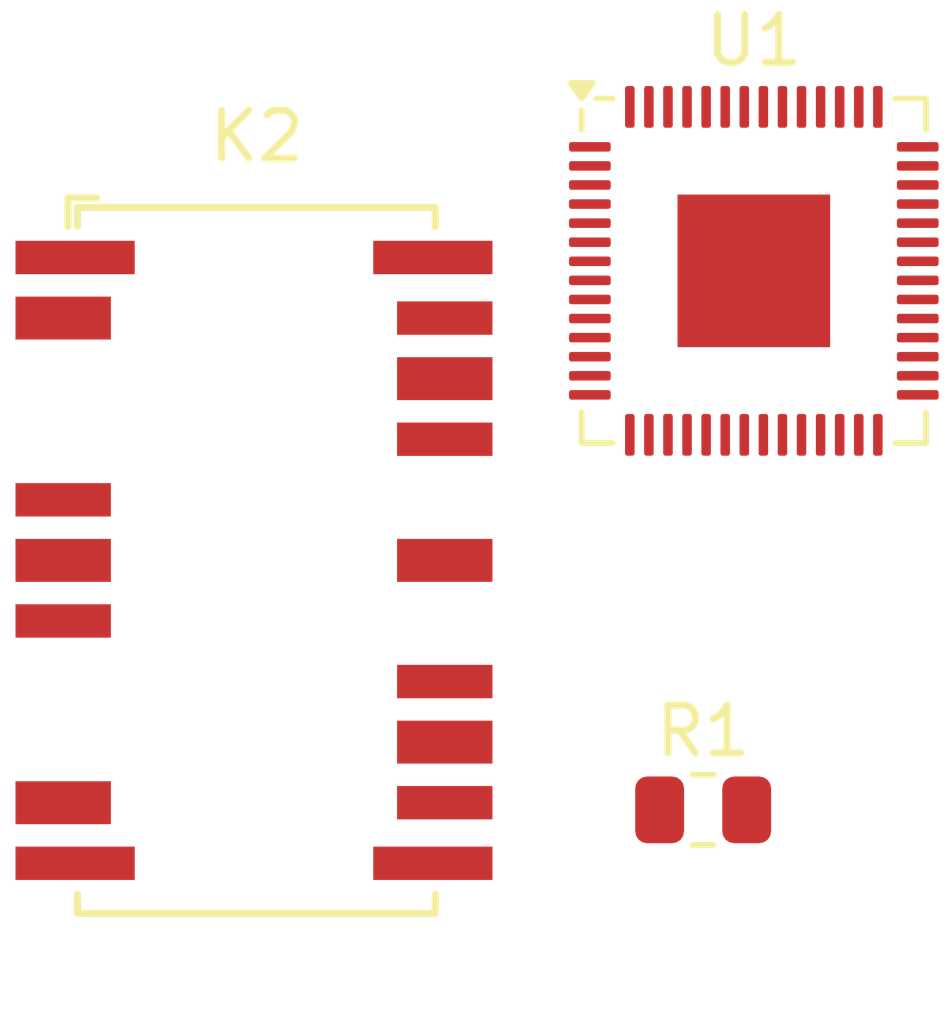
<source format=kicad_pcb>
(kicad_pcb (version 20240108) (generator "pcbnew") (generator_version "8.0")
  (layers (0 "F.Cu" signal) (31 "B.Cu" signal) (34 "B.Paste" user) (35 "F.Paste" user) (36 "B.SilkS" user "B.Silkscreen") (37 "F.SilkS" user "F.Silkscreen") (38 "B.Mask" user) (39 "F.Mask" user) (44 "Edge.Cuts" user))
  (net 0 "")
  (net 1 "GND")
  (net 2 "Net-(K2-Pad20)")
  (net 4 "Net-(U1-GPIO16)")
  (net 6 "+5V")
  (net 7 "Net-(D1-K)")
  (net 10 "Net-(U1-IOVDD-Pad1)")
  (net 36 "Net-(U1-DVDD-Pad23)")
  (footprint "Package_DFN_QFN:QFN-56-1EP_7x7mm_P0.4mm_EP3.2x3.2mm" (layer "F.Cu") (at 138.5625 86.7)
    (property "Reference" "U1" (at 0 -4.83 0) (layer "F.SilkS"))
    (property "Value" "RP2040")
    (fp_line (start -3.61 -2.96) (end -3.61 -3.37) (stroke (width 0.12)) (layer "F.SilkS"))
    (fp_line (start -3.61 3.61) (end -3.61 2.96) (stroke (width 0.12)) (layer "F.SilkS"))
    (fp_line (start -2.96 -3.61) (end -3.31 -3.61) (stroke (width 0.12)) (layer "F.SilkS"))
    (fp_line (start -2.96 3.61) (end -3.61 3.61) (stroke (width 0.12)) (layer "F.SilkS"))
    (fp_line (start 2.96 -3.61) (end 3.61 -3.61) (stroke (width 0.12)) (layer "F.SilkS"))
    (fp_line (start 2.96 3.61) (end 3.61 3.61) (stroke (width 0.12)) (layer "F.SilkS"))
    (fp_line (start 3.61 -3.61) (end 3.61 -2.96) (stroke (width 0.12)) (layer "F.SilkS"))
    (fp_line (start 3.61 3.61) (end 3.61 2.96) (stroke (width 0.12)) (layer "F.SilkS"))
    (fp_poly (pts (xy -3.61 -3.61) (xy -3.85 -3.94) (xy -3.37 -3.94) (xy -3.61 -3.61)) (stroke (width 0.12)) (fill solid) (layer "F.SilkS"))
    (pad "1" smd roundrect (at -3.4375 -2.6) (size 0.875 0.2) (layers "F.Cu" "F.Paste" "F.Mask") (net 10 "Net-(U1-IOVDD-Pad1)"))
    (pad "2" smd roundrect (at -3.4375 -2.2) (size 0.875 0.2) (layers "F.Cu" "F.Paste" "F.Mask"))
    (pad "3" smd roundrect (at -3.4375 -1.8) (size 0.875 0.2) (layers "F.Cu" "F.Paste" "F.Mask"))
    (pad "4" smd roundrect (at -3.4375 -1.4) (size 0.875 0.2) (layers "F.Cu" "F.Paste" "F.Mask"))
    (pad "5" smd roundrect (at -3.4375 -1) (size 0.875 0.2) (layers "F.Cu" "F.Paste" "F.Mask"))
    (pad "6" smd roundrect (at -3.4375 -0.6) (size 0.875 0.2) (layers "F.Cu" "F.Paste" "F.Mask"))
    (pad "7" smd roundrect (at -3.4375 -0.2) (size 0.875 0.2) (layers "F.Cu" "F.Paste" "F.Mask"))
    (pad "8" smd roundrect (at -3.4375 0.2) (size 0.875 0.2) (layers "F.Cu" "F.Paste" "F.Mask"))
    (pad "9" smd roundrect (at -3.4375 0.6) (size 0.875 0.2) (layers "F.Cu" "F.Paste" "F.Mask"))
    (pad "10" smd roundrect (at -3.4375 1) (size 0.875 0.2) (layers "F.Cu" "F.Paste" "F.Mask") (net 10 "Net-(U1-IOVDD-Pad1)"))
    (pad "11" smd roundrect (at -3.4375 1.4) (size 0.875 0.2) (layers "F.Cu" "F.Paste" "F.Mask"))
    (pad "12" smd roundrect (at -3.4375 1.8) (size 0.875 0.2) (layers "F.Cu" "F.Paste" "F.Mask"))
    (pad "13" smd roundrect (at -3.4375 2.2) (size 0.875 0.2) (layers "F.Cu" "F.Paste" "F.Mask"))
    (pad "14" smd roundrect (at -3.4375 2.6) (size 0.875 0.2) (layers "F.Cu" "F.Paste" "F.Mask"))
    (pad "15" smd roundrect (at -2.6 3.4375) (size 0.2 0.875) (layers "F.Cu" "F.Paste" "F.Mask"))
    (pad "16" smd roundrect (at -2.2 3.4375) (size 0.2 0.875) (layers "F.Cu" "F.Paste" "F.Mask"))
    (pad "17" smd roundrect (at -1.8 3.4375) (size 0.2 0.875) (layers "F.Cu" "F.Paste" "F.Mask"))
    (pad "18" smd roundrect (at -1.4 3.4375) (size 0.2 0.875) (layers "F.Cu" "F.Paste" "F.Mask"))
    (pad "19" smd roundrect (at -1 3.4375) (size 0.2 0.875) (layers "F.Cu" "F.Paste" "F.Mask"))
    (pad "20" smd roundrect (at -0.6 3.4375) (size 0.2 0.875) (layers "F.Cu" "F.Paste" "F.Mask"))
    (pad "21" smd roundrect (at -0.2 3.4375) (size 0.2 0.875) (layers "F.Cu" "F.Paste" "F.Mask"))
    (pad "22" smd roundrect (at 0.2 3.4375) (size 0.2 0.875) (layers "F.Cu" "F.Paste" "F.Mask") (net 10 "Net-(U1-IOVDD-Pad1)"))
    (pad "23" smd roundrect (at 0.6 3.4375) (size 0.2 0.875) (layers "F.Cu" "F.Paste" "F.Mask") (net 36 "Net-(U1-DVDD-Pad23)"))
    (pad "24" smd roundrect (at 1 3.4375) (size 0.2 0.875) (layers "F.Cu" "F.Paste" "F.Mask"))
    (pad "25" smd roundrect (at 1.4 3.4375) (size 0.2 0.875) (layers "F.Cu" "F.Paste" "F.Mask"))
    (pad "26" smd roundrect (at 1.8 3.4375) (size 0.2 0.875) (layers "F.Cu" "F.Paste" "F.Mask"))
    (pad "27" smd roundrect (at 2.2 3.4375) (size 0.2 0.875) (layers "F.Cu" "F.Paste" "F.Mask") (net 4 "Net-(U1-GPIO16)"))
    (pad "28" smd roundrect (at 2.6 3.4375) (size 0.2 0.875) (layers "F.Cu" "F.Paste" "F.Mask"))
    (pad "29" smd roundrect (at 3.4375 2.6) (size 0.875 0.2) (layers "F.Cu" "F.Paste" "F.Mask"))
    (pad "30" smd roundrect (at 3.4375 2.2) (size 0.875 0.2) (layers "F.Cu" "F.Paste" "F.Mask"))
    (pad "31" smd roundrect (at 3.4375 1.8) (size 0.875 0.2) (layers "F.Cu" "F.Paste" "F.Mask"))
    (pad "32" smd roundrect (at 3.4375 1.4) (size 0.875 0.2) (layers "F.Cu" "F.Paste" "F.Mask"))
    (pad "33" smd roundrect (at 3.4375 1) (size 0.875 0.2) (layers "F.Cu" "F.Paste" "F.Mask") (net 10 "Net-(U1-IOVDD-Pad1)"))
    (pad "34" smd roundrect (at 3.4375 0.6) (size 0.875 0.2) (layers "F.Cu" "F.Paste" "F.Mask"))
    (pad "35" smd roundrect (at 3.4375 0.2) (size 0.875 0.2) (layers "F.Cu" "F.Paste" "F.Mask"))
    (pad "36" smd roundrect (at 3.4375 -0.2) (size 0.875 0.2) (layers "F.Cu" "F.Paste" "F.Mask"))
    (pad "37" smd roundrect (at 3.4375 -0.6) (size 0.875 0.2) (layers "F.Cu" "F.Paste" "F.Mask"))
    (pad "38" smd roundrect (at 3.4375 -1) (size 0.875 0.2) (layers "F.Cu" "F.Paste" "F.Mask"))
    (pad "39" smd roundrect (at 3.4375 -1.4) (size 0.875 0.2) (layers "F.Cu" "F.Paste" "F.Mask"))
    (pad "40" smd roundrect (at 3.4375 -1.8) (size 0.875 0.2) (layers "F.Cu" "F.Paste" "F.Mask"))
    (pad "41" smd roundrect (at 3.4375 -2.2) (size 0.875 0.2) (layers "F.Cu" "F.Paste" "F.Mask"))
    (pad "42" smd roundrect (at 3.4375 -2.6) (size 0.875 0.2) (layers "F.Cu" "F.Paste" "F.Mask") (net 10 "Net-(U1-IOVDD-Pad1)"))
    (pad "43" smd roundrect (at 2.6 -3.4375) (size 0.2 0.875) (layers "F.Cu" "F.Paste" "F.Mask"))
    (pad "44" smd roundrect (at 2.2 -3.4375) (size 0.2 0.875) (layers "F.Cu" "F.Paste" "F.Mask"))
    (pad "45" smd roundrect (at 1.8 -3.4375) (size 0.2 0.875) (layers "F.Cu" "F.Paste" "F.Mask"))
    (pad "46" smd roundrect (at 1.4 -3.4375) (size 0.2 0.875) (layers "F.Cu" "F.Paste" "F.Mask"))
    (pad "47" smd roundrect (at 1 -3.4375) (size 0.2 0.875) (layers "F.Cu" "F.Paste" "F.Mask"))
    (pad "48" smd roundrect (at 0.6 -3.4375) (size 0.2 0.875) (layers "F.Cu" "F.Paste" "F.Mask"))
    (pad "49" smd roundrect (at 0.2 -3.4375) (size 0.2 0.875) (layers "F.Cu" "F.Paste" "F.Mask") (net 10 "Net-(U1-IOVDD-Pad1)"))
    (pad "50" smd roundrect (at -0.2 -3.4375) (size 0.2 0.875) (layers "F.Cu" "F.Paste" "F.Mask") (net 36 "Net-(U1-DVDD-Pad23)"))
    (pad "51" smd roundrect (at -0.6 -3.4375) (size 0.2 0.875) (layers "F.Cu" "F.Paste" "F.Mask"))
    (pad "52" smd roundrect (at -1 -3.4375) (size 0.2 0.875) (layers "F.Cu" "F.Paste" "F.Mask"))
    (pad "53" smd roundrect (at -1.4 -3.4375) (size 0.2 0.875) (layers "F.Cu" "F.Paste" "F.Mask"))
    (pad "54" smd roundrect (at -1.8 -3.4375) (size 0.2 0.875) (layers "F.Cu" "F.Paste" "F.Mask"))
    (pad "55" smd roundrect (at -2.2 -3.4375) (size 0.2 0.875) (layers "F.Cu" "F.Paste" "F.Mask"))
    (pad "56" smd roundrect (at -2.6 -3.4375) (size 0.2 0.875) (layers "F.Cu" "F.Paste" "F.Mask"))
    (pad "57" smd rect (at 0 0) (size 3.2 3.2) (property pad_prop_heatsink) (layers "F.Cu" "F.Mask"))
  )
  (footprint "Relay_SMD:Relay_SPDT_AXICOM_HF3Series_50ohms_Pitch1.27mm" (layer "F.Cu") (at 128.0825 92.77)
    (property "Reference" "K2" (at 0.06 -8.89 0) (layer "F.SilkS"))
    (property "Value" "HF3-53")
    (fp_line (start -3.9 -7.6) (end -3.4 -7.6) (stroke (width 0.15)) (layer "F.SilkS"))
    (fp_line (start -3.9 -7) (end -3.9 -7.6) (stroke (width 0.15)) (layer "F.SilkS"))
    (fp_line (start -3.7 -7.4) (end -3.7 -7) (stroke (width 0.15)) (layer "F.SilkS"))
    (fp_line (start -3.7 7.4) (end -3.7 7) (stroke (width 0.15)) (layer "F.SilkS"))
    (fp_line (start -3.4 -7.6) (end -3.3 -7.6) (stroke (width 0.15)) (layer "F.SilkS"))
    (fp_line (start 3.8 -7.4) (end -3.7 -7.4) (stroke (width 0.15)) (layer "F.SilkS"))
    (fp_line (start 3.8 -7) (end 3.8 -7.4) (stroke (width 0.15)) (layer "F.SilkS"))
    (fp_line (start 3.8 7.1) (end 3.8 7) (stroke (width 0.15)) (layer "F.SilkS"))
    (fp_line (start 3.8 7.1) (end 3.8 7.4) (stroke (width 0.15)) (layer "F.SilkS"))
    (fp_line (start 3.8 7.4) (end -3.7 7.4) (stroke (width 0.15)) (layer "F.SilkS"))
    (pad "1" smd rect (at -3.75 -6.35) (size 2.5 0.7) (layers "F.Cu" "F.Paste" "F.Mask") (net 6 "+5V"))
    (pad "2" smd rect (at -4 -5.08) (size 2 0.9) (layers "F.Cu" "F.Paste" "F.Mask") (net 1 "GND"))
    (pad "5" smd rect (at -4 -1.27) (size 2 0.7) (layers "F.Cu" "F.Paste" "F.Mask") (net 1 "GND"))
    (pad "6" smd rect (at -4 0) (size 2 0.9) (layers "F.Cu" "F.Paste" "F.Mask") (net 4 "Net-(U1-GPIO16)"))
    (pad "7" smd rect (at -4 1.27) (size 2 0.7) (layers "F.Cu" "F.Paste" "F.Mask") (net 1 "GND"))
    (pad "10" smd rect (at -4 5.08) (size 2 0.9) (layers "F.Cu" "F.Paste" "F.Mask") (net 1 "GND"))
    (pad "11" smd rect (at -3.75 6.35) (size 2.5 0.7) (layers "F.Cu" "F.Paste" "F.Mask"))
    (pad "12" smd rect (at 3.75 6.35) (size 2.5 0.7) (layers "F.Cu" "F.Paste" "F.Mask") (net 1 "GND"))
    (pad "13" smd rect (at 4 5.08) (size 2 0.7) (layers "F.Cu" "F.Paste" "F.Mask") (net 1 "GND"))
    (pad "14" smd rect (at 4 3.81) (size 2 0.9) (layers "F.Cu" "F.Paste" "F.Mask"))
    (pad "15" smd rect (at 4 2.54) (size 2 0.7) (layers "F.Cu" "F.Paste" "F.Mask") (net 1 "GND"))
    (pad "17" smd rect (at 4 0) (size 2 0.9) (layers "F.Cu" "F.Paste" "F.Mask") (net 1 "GND"))
    (pad "19" smd rect (at 4 -2.54) (size 2 0.7) (layers "F.Cu" "F.Paste" "F.Mask") (net 1 "GND"))
    (pad "20" smd rect (at 4 -3.81) (size 2 0.9) (layers "F.Cu" "F.Paste" "F.Mask") (net 2 "Net-(K2-Pad20)"))
    (pad "21" smd rect (at 4 -5.08) (size 2 0.7) (layers "F.Cu" "F.Paste" "F.Mask") (net 1 "GND"))
    (pad "22" smd rect (at 3.75 -6.35) (size 2.5 0.7) (layers "F.Cu" "F.Paste" "F.Mask") (net 1 "GND"))
  )
  (footprint "Resistor_SMD:R_0805_2012Metric" (layer "F.Cu") (at 137.5 98)
    (property "Reference" "R1" (at 0 -1.65 0) (layer "F.SilkS"))
    (property "Value" "220R")
    (fp_line (start -0.227064 -0.735) (end 0.227064 -0.735) (stroke (width 0.12)) (layer "F.SilkS"))
    (fp_line (start -0.227064 0.735) (end 0.227064 0.735) (stroke (width 0.12)) (layer "F.SilkS"))
    (pad "1" smd roundrect (at -0.9125 0) (size 1.025 1.4) (layers "F.Cu" "F.Paste" "F.Mask") (roundrect_rratio 0.243902) (net 7 "Net-(D1-K)"))
    (pad "2" smd roundrect (at 0.9125 0) (size 1.025 1.4) (layers "F.Cu" "F.Paste" "F.Mask") (roundrect_rratio 0.243902) (net 2 "Net-(K2-Pad20)"))
  )
)
</source>
